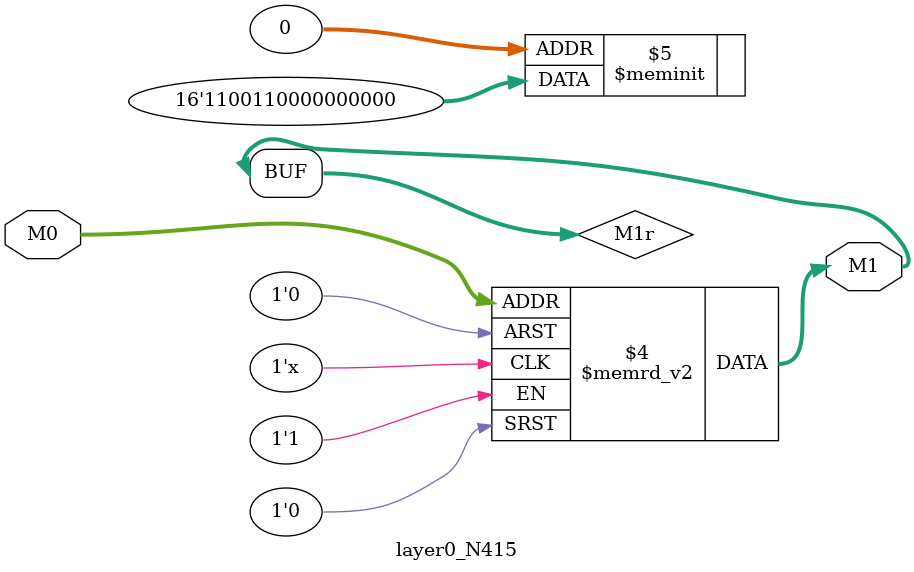
<source format=v>
module layer0_N415 ( input [2:0] M0, output [1:0] M1 );

	(*rom_style = "distributed" *) reg [1:0] M1r;
	assign M1 = M1r;
	always @ (M0) begin
		case (M0)
			3'b000: M1r = 2'b00;
			3'b100: M1r = 2'b00;
			3'b010: M1r = 2'b00;
			3'b110: M1r = 2'b00;
			3'b001: M1r = 2'b00;
			3'b101: M1r = 2'b11;
			3'b011: M1r = 2'b00;
			3'b111: M1r = 2'b11;

		endcase
	end
endmodule

</source>
